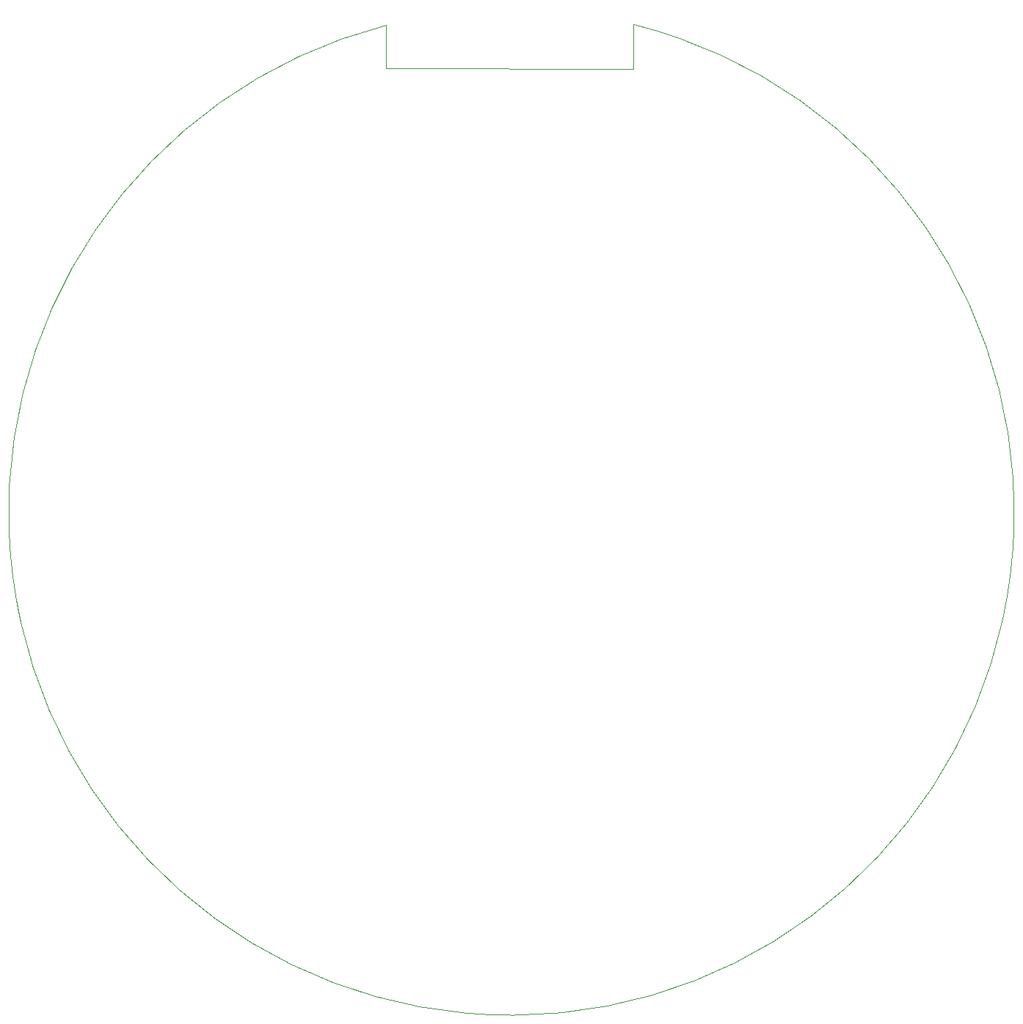
<source format=gbr>
%TF.GenerationSoftware,KiCad,Pcbnew,(5.1.6)-1*%
%TF.CreationDate,2020-11-10T08:59:03-03:00*%
%TF.ProjectId,8rel,3872656c-2e6b-4696-9361-645f70636258,rev?*%
%TF.SameCoordinates,Original*%
%TF.FileFunction,Profile,NP*%
%FSLAX46Y46*%
G04 Gerber Fmt 4.6, Leading zero omitted, Abs format (unit mm)*
G04 Created by KiCad (PCBNEW (5.1.6)-1) date 2020-11-10 08:59:03*
%MOMM*%
%LPD*%
G01*
G04 APERTURE LIST*
%TA.AperFunction,Profile*%
%ADD10C,0.050000*%
%TD*%
G04 APERTURE END LIST*
D10*
X114042459Y-48822252D02*
X114054199Y-43723223D01*
X85548282Y-48818890D02*
X114042459Y-48822252D01*
X85550845Y-43823332D02*
X85548282Y-48818890D01*
X114054199Y-43723223D02*
G75*
G02*
X85550845Y-43823332I-14054199J-56276777D01*
G01*
M02*

</source>
